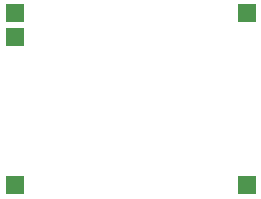
<source format=gbr>
G04 #@! TF.FileFunction,Soldermask,Bot*
%FSLAX46Y46*%
G04 Gerber Fmt 4.6, Leading zero omitted, Abs format (unit mm)*
G04 Created by KiCad (PCBNEW 4.0.7) date 02/24/18 17:15:32*
%MOMM*%
%LPD*%
G01*
G04 APERTURE LIST*
%ADD10C,0.100000*%
%ADD11R,1.500000X1.500000*%
G04 APERTURE END LIST*
D10*
D11*
X126900000Y-95900000D03*
X146500000Y-95900000D03*
X146500000Y-81300000D03*
X126900000Y-81300000D03*
X126900000Y-83300000D03*
M02*

</source>
